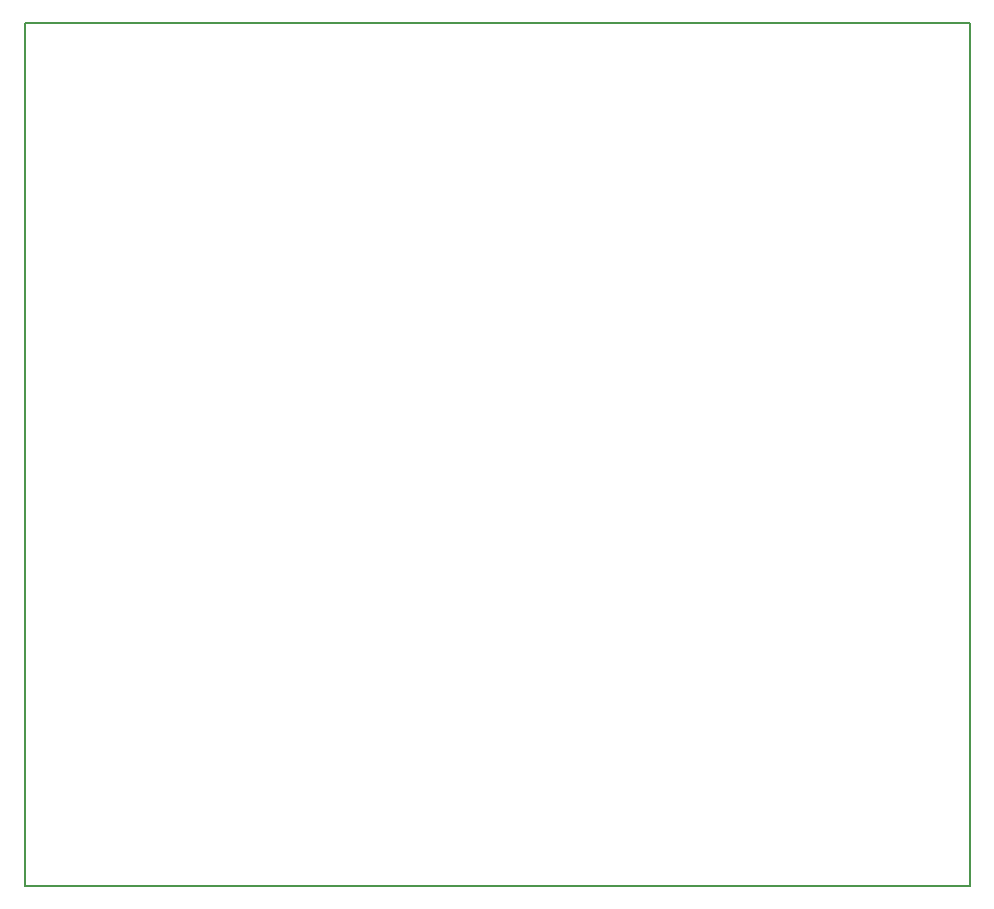
<source format=gbr>
%TF.GenerationSoftware,KiCad,Pcbnew,8.0.1*%
%TF.CreationDate,2024-09-23T21:29:01+02:00*%
%TF.ProjectId,Macro keyboard,4d616372-6f20-46b6-9579-626f6172642e,rev?*%
%TF.SameCoordinates,Original*%
%TF.FileFunction,Profile,NP*%
%FSLAX46Y46*%
G04 Gerber Fmt 4.6, Leading zero omitted, Abs format (unit mm)*
G04 Created by KiCad (PCBNEW 8.0.1) date 2024-09-23 21:29:01*
%MOMM*%
%LPD*%
G01*
G04 APERTURE LIST*
%TA.AperFunction,Profile*%
%ADD10C,0.200000*%
%TD*%
G04 APERTURE END LIST*
D10*
X187750000Y-34250000D02*
X267750000Y-34250000D01*
X267750000Y-107326000D01*
X187750000Y-107326000D01*
X187750000Y-34250000D01*
M02*

</source>
